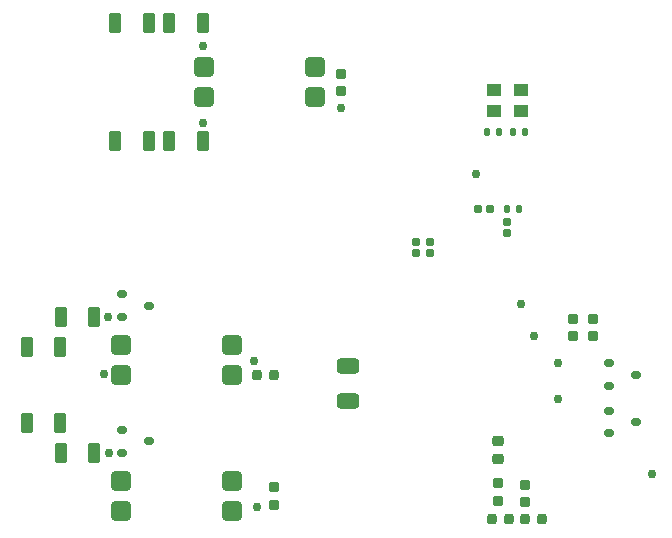
<source format=gbp>
G04*
G04 #@! TF.GenerationSoftware,Altium Limited,Altium Designer,22.6.1 (34)*
G04*
G04 Layer_Color=128*
%FSLAX44Y44*%
%MOMM*%
G71*
G04*
G04 #@! TF.SameCoordinates,A0D8632A-B648-4B75-ABCE-4127253DC59C*
G04*
G04*
G04 #@! TF.FilePolarity,Positive*
G04*
G01*
G75*
%ADD16C,0.7600*%
G04:AMPARAMS|DCode=17|XSize=0.6mm|YSize=0.6mm|CornerRadius=0.075mm|HoleSize=0mm|Usage=FLASHONLY|Rotation=90.000|XOffset=0mm|YOffset=0mm|HoleType=Round|Shape=RoundedRectangle|*
%AMROUNDEDRECTD17*
21,1,0.6000,0.4500,0,0,90.0*
21,1,0.4500,0.6000,0,0,90.0*
1,1,0.1500,0.2250,0.2250*
1,1,0.1500,0.2250,-0.2250*
1,1,0.1500,-0.2250,-0.2250*
1,1,0.1500,-0.2250,0.2250*
%
%ADD17ROUNDEDRECTD17*%
G04:AMPARAMS|DCode=24|XSize=0.9mm|YSize=0.8mm|CornerRadius=0.2mm|HoleSize=0mm|Usage=FLASHONLY|Rotation=90.000|XOffset=0mm|YOffset=0mm|HoleType=Round|Shape=RoundedRectangle|*
%AMROUNDEDRECTD24*
21,1,0.9000,0.4000,0,0,90.0*
21,1,0.5000,0.8000,0,0,90.0*
1,1,0.4000,0.2000,0.2500*
1,1,0.4000,0.2000,-0.2500*
1,1,0.4000,-0.2000,-0.2500*
1,1,0.4000,-0.2000,0.2500*
%
%ADD24ROUNDEDRECTD24*%
G04:AMPARAMS|DCode=26|XSize=0.6mm|YSize=0.6mm|CornerRadius=0.075mm|HoleSize=0mm|Usage=FLASHONLY|Rotation=180.000|XOffset=0mm|YOffset=0mm|HoleType=Round|Shape=RoundedRectangle|*
%AMROUNDEDRECTD26*
21,1,0.6000,0.4500,0,0,180.0*
21,1,0.4500,0.6000,0,0,180.0*
1,1,0.1500,-0.2250,0.2250*
1,1,0.1500,0.2250,0.2250*
1,1,0.1500,0.2250,-0.2250*
1,1,0.1500,-0.2250,-0.2250*
%
%ADD26ROUNDEDRECTD26*%
G04:AMPARAMS|DCode=28|XSize=1.7mm|YSize=1.05mm|CornerRadius=0.2625mm|HoleSize=0mm|Usage=FLASHONLY|Rotation=90.000|XOffset=0mm|YOffset=0mm|HoleType=Round|Shape=RoundedRectangle|*
%AMROUNDEDRECTD28*
21,1,1.7000,0.5250,0,0,90.0*
21,1,1.1750,1.0500,0,0,90.0*
1,1,0.5250,0.2625,0.5875*
1,1,0.5250,0.2625,-0.5875*
1,1,0.5250,-0.2625,-0.5875*
1,1,0.5250,-0.2625,0.5875*
%
%ADD28ROUNDEDRECTD28*%
G04:AMPARAMS|DCode=29|XSize=0.9mm|YSize=0.8mm|CornerRadius=0.2mm|HoleSize=0mm|Usage=FLASHONLY|Rotation=180.000|XOffset=0mm|YOffset=0mm|HoleType=Round|Shape=RoundedRectangle|*
%AMROUNDEDRECTD29*
21,1,0.9000,0.4000,0,0,180.0*
21,1,0.5000,0.8000,0,0,180.0*
1,1,0.4000,-0.2500,0.2000*
1,1,0.4000,0.2500,0.2000*
1,1,0.4000,0.2500,-0.2000*
1,1,0.4000,-0.2500,-0.2000*
%
%ADD29ROUNDEDRECTD29*%
G04:AMPARAMS|DCode=37|XSize=0.95mm|YSize=0.85mm|CornerRadius=0.2125mm|HoleSize=0mm|Usage=FLASHONLY|Rotation=180.000|XOffset=0mm|YOffset=0mm|HoleType=Round|Shape=RoundedRectangle|*
%AMROUNDEDRECTD37*
21,1,0.9500,0.4250,0,0,180.0*
21,1,0.5250,0.8500,0,0,180.0*
1,1,0.4250,-0.2625,0.2125*
1,1,0.4250,0.2625,0.2125*
1,1,0.4250,0.2625,-0.2125*
1,1,0.4250,-0.2625,-0.2125*
%
%ADD37ROUNDEDRECTD37*%
G04:AMPARAMS|DCode=39|XSize=0.65mm|YSize=0.55mm|CornerRadius=0.1375mm|HoleSize=0mm|Usage=FLASHONLY|Rotation=90.000|XOffset=0mm|YOffset=0mm|HoleType=Round|Shape=RoundedRectangle|*
%AMROUNDEDRECTD39*
21,1,0.6500,0.2750,0,0,90.0*
21,1,0.3750,0.5500,0,0,90.0*
1,1,0.2750,0.1375,0.1875*
1,1,0.2750,0.1375,-0.1875*
1,1,0.2750,-0.1375,-0.1875*
1,1,0.2750,-0.1375,0.1875*
%
%ADD39ROUNDEDRECTD39*%
G04:AMPARAMS|DCode=46|XSize=1.9mm|YSize=1.3mm|CornerRadius=0.325mm|HoleSize=0mm|Usage=FLASHONLY|Rotation=180.000|XOffset=0mm|YOffset=0mm|HoleType=Round|Shape=RoundedRectangle|*
%AMROUNDEDRECTD46*
21,1,1.9000,0.6500,0,0,180.0*
21,1,1.2500,1.3000,0,0,180.0*
1,1,0.6500,-0.6250,0.3250*
1,1,0.6500,0.6250,0.3250*
1,1,0.6500,0.6250,-0.3250*
1,1,0.6500,-0.6250,-0.3250*
%
%ADD46ROUNDEDRECTD46*%
G04:AMPARAMS|DCode=112|XSize=1.7mm|YSize=1.75mm|CornerRadius=0.425mm|HoleSize=0mm|Usage=FLASHONLY|Rotation=90.000|XOffset=0mm|YOffset=0mm|HoleType=Round|Shape=RoundedRectangle|*
%AMROUNDEDRECTD112*
21,1,1.7000,0.9000,0,0,90.0*
21,1,0.8500,1.7500,0,0,90.0*
1,1,0.8500,0.4500,0.4250*
1,1,0.8500,0.4500,-0.4250*
1,1,0.8500,-0.4500,-0.4250*
1,1,0.8500,-0.4500,0.4250*
%
%ADD112ROUNDEDRECTD112*%
G04:AMPARAMS|DCode=119|XSize=0.61mm|YSize=0.81mm|CornerRadius=0.1425mm|HoleSize=0mm|Usage=FLASHONLY|Rotation=270.000|XOffset=0mm|YOffset=0mm|HoleType=Round|Shape=RoundedRectangle|*
%AMROUNDEDRECTD119*
21,1,0.6100,0.5250,0,0,270.0*
21,1,0.3250,0.8100,0,0,270.0*
1,1,0.2850,-0.2625,-0.1625*
1,1,0.2850,-0.2625,0.1625*
1,1,0.2850,0.2625,0.1625*
1,1,0.2850,0.2625,-0.1625*
%
%ADD119ROUNDEDRECTD119*%
G04:AMPARAMS|DCode=120|XSize=1.26mm|YSize=1.06mm|CornerRadius=0.1175mm|HoleSize=0mm|Usage=FLASHONLY|Rotation=180.000|XOffset=0mm|YOffset=0mm|HoleType=Round|Shape=RoundedRectangle|*
%AMROUNDEDRECTD120*
21,1,1.2600,0.8250,0,0,180.0*
21,1,1.0250,1.0600,0,0,180.0*
1,1,0.2350,-0.5125,0.4125*
1,1,0.2350,0.5125,0.4125*
1,1,0.2350,0.5125,-0.4125*
1,1,0.2350,-0.5125,-0.4125*
%
%ADD120ROUNDEDRECTD120*%
D16*
X360003Y364000D02*
D03*
X163000Y187500D02*
D03*
X159500Y139000D02*
D03*
X523500Y171000D02*
D03*
X286000Y150500D02*
D03*
X623000Y54500D02*
D03*
X163500Y72500D02*
D03*
X288500Y26500D02*
D03*
X544000Y118000D02*
D03*
Y148500D02*
D03*
X512500Y198000D02*
D03*
X474500Y308500D02*
D03*
X243500Y417000D02*
D03*
Y351500D02*
D03*
D17*
X476200Y279000D02*
D03*
X485800D02*
D03*
D24*
X303503Y138500D02*
D03*
X288503D02*
D03*
X530500Y16000D02*
D03*
X515500D02*
D03*
X487497D02*
D03*
X502497D02*
D03*
D26*
X423500Y241200D02*
D03*
Y250800D02*
D03*
X435500Y241200D02*
D03*
Y250800D02*
D03*
X500500Y267798D02*
D03*
Y258197D02*
D03*
D28*
X122747Y72000D02*
D03*
X151247D02*
D03*
X122250Y98000D02*
D03*
X93750D02*
D03*
X151247Y187000D02*
D03*
X122747D02*
D03*
X93750Y162000D02*
D03*
X122250D02*
D03*
X168750Y336000D02*
D03*
X197250D02*
D03*
X214750D02*
D03*
X243250D02*
D03*
X168750Y436000D02*
D03*
X197250D02*
D03*
X214750Y436000D02*
D03*
X243250D02*
D03*
D29*
X573500Y186000D02*
D03*
Y171000D02*
D03*
X556500Y186000D02*
D03*
Y171000D02*
D03*
X303500Y43500D02*
D03*
Y28500D02*
D03*
X360003Y393500D02*
D03*
Y378500D02*
D03*
X516000Y30500D02*
D03*
Y45500D02*
D03*
X493000Y31500D02*
D03*
Y46500D02*
D03*
D37*
Y67500D02*
D03*
Y82500D02*
D03*
D39*
X483914Y343778D02*
D03*
X493914D02*
D03*
X515914D02*
D03*
X505914D02*
D03*
X500500Y279000D02*
D03*
X510500D02*
D03*
D46*
X366000Y146000D02*
D03*
Y116000D02*
D03*
D112*
X267900Y22800D02*
D03*
Y48200D02*
D03*
X174100D02*
D03*
Y22800D02*
D03*
X267900Y138300D02*
D03*
Y163700D02*
D03*
X174100D02*
D03*
Y138300D02*
D03*
X337900Y373300D02*
D03*
Y398700D02*
D03*
X244100Y398700D02*
D03*
Y373300D02*
D03*
D119*
X587250Y148000D02*
D03*
Y129000D02*
D03*
X609750Y138500D02*
D03*
X587250Y108000D02*
D03*
Y89000D02*
D03*
X609750Y98500D02*
D03*
X197250Y82000D02*
D03*
X174750Y72500D02*
D03*
Y91500D02*
D03*
Y206500D02*
D03*
Y187500D02*
D03*
X197250Y197000D02*
D03*
D120*
X512414Y361778D02*
D03*
X489414Y361778D02*
D03*
Y379778D02*
D03*
X512414Y379778D02*
D03*
M02*

</source>
